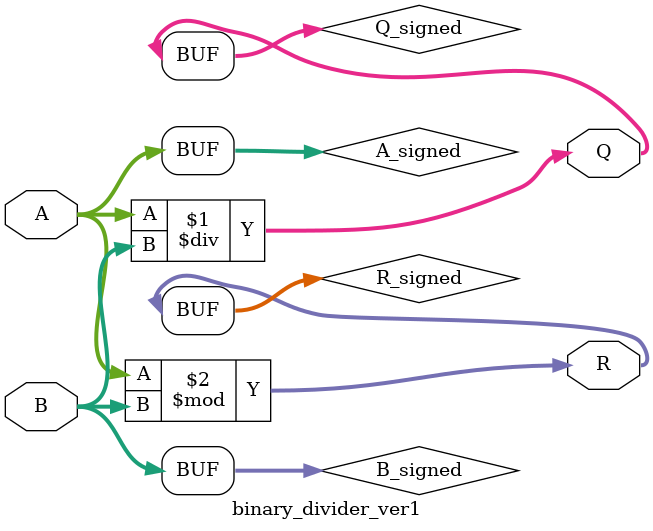
<source format=v>

module binary_divider_ver1 #(parameter size = 8)(
    input [size-1:0] A,
    input [size-1:0] B,
    output [size-1:0] Q, // quotient
    output [size-1:0] R  // remainder
);

    // Convert inputs to integers for division
    wire signed [size-1:0] A_signed = $signed(A);
    wire signed [size-1:0] B_signed = $signed(B);

    // Perform division
    wire signed [size-1:0] Q_signed = A_signed / B_signed;
    wire signed [size-1:0] R_signed = A_signed % B_signed;

    // Convert back to unsigned for output
    assign Q = $unsigned(Q_signed);
    assign R = $unsigned(R_signed);

endmodule

</source>
